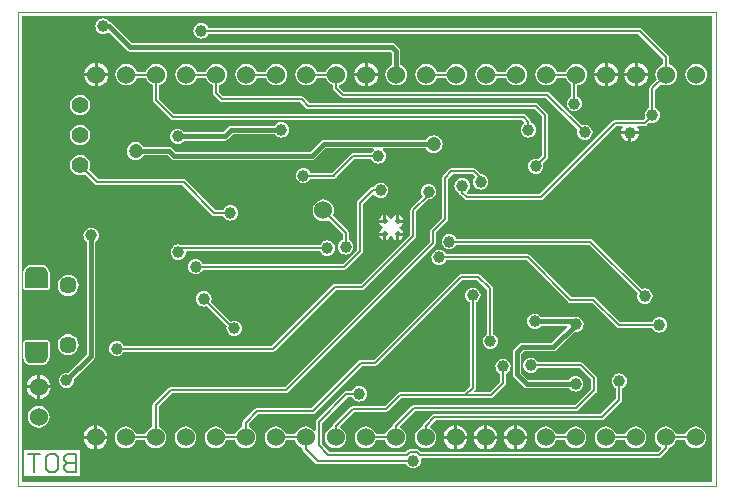
<source format=gbl>
G04*
G04 #@! TF.GenerationSoftware,Altium Limited,Altium Designer,18.1.6 (161)*
G04*
G04 Layer_Physical_Order=2*
G04 Layer_Color=16711680*
%FSAX44Y44*%
%MOMM*%
G71*
G01*
G75*
%ADD11C,0.1000*%
%ADD14C,0.2000*%
%ADD39C,0.5000*%
%ADD68C,0.4000*%
%ADD69C,1.4500*%
%ADD70C,1.5240*%
%ADD71C,1.4000*%
%ADD72C,1.0000*%
%ADD73C,1.2000*%
%ADD74C,0.5000*%
G36*
X00587510Y00003059D02*
X00003059D01*
X00003059Y00397941D01*
X00587510D01*
X00587510Y00003059D01*
D02*
G37*
%LPC*%
G36*
X00472568Y00357198D02*
X00470187Y00356885D01*
X00467969Y00355966D01*
X00466064Y00354504D01*
X00464602Y00352599D01*
X00463752Y00350549D01*
X00455984D01*
X00455134Y00352599D01*
X00453672Y00354504D01*
X00451767Y00355966D01*
X00449549Y00356885D01*
X00447168Y00357198D01*
X00444787Y00356885D01*
X00442569Y00355966D01*
X00440664Y00354504D01*
X00439202Y00352599D01*
X00438283Y00350381D01*
X00437969Y00348000D01*
X00438283Y00345619D01*
X00439202Y00343400D01*
X00440664Y00341495D01*
X00442569Y00340033D01*
X00444787Y00339115D01*
X00447168Y00338801D01*
X00449549Y00339115D01*
X00451767Y00340033D01*
X00453672Y00341495D01*
X00455134Y00343400D01*
X00455984Y00345451D01*
X00463752D01*
X00464602Y00343400D01*
X00466064Y00341495D01*
X00467969Y00340033D01*
X00468451Y00339834D01*
Y00329370D01*
X00467722Y00329067D01*
X00466364Y00328026D01*
X00465322Y00326668D01*
X00464667Y00325087D01*
X00464444Y00323390D01*
X00464667Y00321693D01*
X00465322Y00320112D01*
X00466364Y00318754D01*
X00467722Y00317712D01*
X00469303Y00317057D01*
X00471000Y00316834D01*
X00472697Y00317057D01*
X00474278Y00317712D01*
X00475636Y00318754D01*
X00476678Y00320112D01*
X00477333Y00321693D01*
X00477556Y00323390D01*
X00477333Y00325087D01*
X00476678Y00326668D01*
X00475636Y00328026D01*
X00474278Y00329067D01*
X00473549Y00329370D01*
Y00338930D01*
X00474949Y00339115D01*
X00477167Y00340033D01*
X00479072Y00341495D01*
X00480534Y00343400D01*
X00481453Y00345619D01*
X00481767Y00348000D01*
X00481453Y00350381D01*
X00480534Y00352599D01*
X00479072Y00354504D01*
X00477167Y00355966D01*
X00474949Y00356885D01*
X00472568Y00357198D01*
D02*
G37*
G36*
X00421768D02*
X00419387Y00356885D01*
X00417169Y00355966D01*
X00415264Y00354504D01*
X00413802Y00352599D01*
X00412952Y00350549D01*
X00405184D01*
X00404334Y00352599D01*
X00402873Y00354504D01*
X00400967Y00355966D01*
X00398749Y00356885D01*
X00396368Y00357198D01*
X00393987Y00356885D01*
X00391769Y00355966D01*
X00389864Y00354504D01*
X00388402Y00352599D01*
X00387483Y00350381D01*
X00387169Y00348000D01*
X00387483Y00345619D01*
X00388402Y00343400D01*
X00389864Y00341495D01*
X00391769Y00340033D01*
X00393987Y00339115D01*
X00396368Y00338801D01*
X00398749Y00339115D01*
X00400967Y00340033D01*
X00402873Y00341495D01*
X00404334Y00343400D01*
X00405184Y00345451D01*
X00412952D01*
X00413802Y00343400D01*
X00415264Y00341495D01*
X00417169Y00340033D01*
X00419387Y00339115D01*
X00421768Y00338801D01*
X00424149Y00339115D01*
X00426367Y00340033D01*
X00428273Y00341495D01*
X00429734Y00343400D01*
X00430653Y00345619D01*
X00430967Y00348000D01*
X00430653Y00350381D01*
X00429734Y00352599D01*
X00428273Y00354504D01*
X00426367Y00355966D01*
X00424149Y00356885D01*
X00421768Y00357198D01*
D02*
G37*
G36*
X00370968D02*
X00368587Y00356885D01*
X00366369Y00355966D01*
X00364464Y00354504D01*
X00363002Y00352599D01*
X00362152Y00350549D01*
X00354384D01*
X00353534Y00352599D01*
X00352072Y00354504D01*
X00350167Y00355966D01*
X00347949Y00356885D01*
X00345568Y00357198D01*
X00343187Y00356885D01*
X00340969Y00355966D01*
X00339064Y00354504D01*
X00337602Y00352599D01*
X00336683Y00350381D01*
X00336369Y00348000D01*
X00336683Y00345619D01*
X00337602Y00343400D01*
X00339064Y00341495D01*
X00340969Y00340033D01*
X00343187Y00339115D01*
X00345568Y00338801D01*
X00347949Y00339115D01*
X00350167Y00340033D01*
X00352072Y00341495D01*
X00353534Y00343400D01*
X00354384Y00345451D01*
X00362152D01*
X00363002Y00343400D01*
X00364464Y00341495D01*
X00366369Y00340033D01*
X00368587Y00339115D01*
X00370968Y00338801D01*
X00373349Y00339115D01*
X00375567Y00340033D01*
X00377472Y00341495D01*
X00378934Y00343400D01*
X00379853Y00345619D01*
X00380167Y00348000D01*
X00379853Y00350381D01*
X00378934Y00352599D01*
X00377472Y00354504D01*
X00375567Y00355966D01*
X00373349Y00356885D01*
X00370968Y00357198D01*
D02*
G37*
G36*
X00269368D02*
X00266987Y00356885D01*
X00264769Y00355966D01*
X00262864Y00354504D01*
X00261402Y00352599D01*
X00260552Y00350549D01*
X00252784D01*
X00251934Y00352599D01*
X00250473Y00354504D01*
X00248567Y00355966D01*
X00246349Y00356885D01*
X00243968Y00357198D01*
X00241587Y00356885D01*
X00239369Y00355966D01*
X00237464Y00354504D01*
X00236002Y00352599D01*
X00235083Y00350381D01*
X00234769Y00348000D01*
X00235083Y00345619D01*
X00236002Y00343400D01*
X00237464Y00341495D01*
X00239369Y00340033D01*
X00241587Y00339115D01*
X00243968Y00338801D01*
X00246349Y00339115D01*
X00248567Y00340033D01*
X00250473Y00341495D01*
X00251934Y00343400D01*
X00252784Y00345451D01*
X00260552D01*
X00261402Y00343400D01*
X00262864Y00341495D01*
X00264769Y00340033D01*
X00266819Y00339184D01*
Y00336632D01*
X00267013Y00335657D01*
X00267566Y00334830D01*
X00273198Y00329197D01*
X00274025Y00328645D01*
X00275000Y00328451D01*
X00446770D01*
X00473787Y00301434D01*
X00473485Y00300705D01*
X00473262Y00299008D01*
X00473485Y00297311D01*
X00474141Y00295730D01*
X00475182Y00294372D01*
X00476540Y00293330D01*
X00478121Y00292675D01*
X00479818Y00292452D01*
X00481515Y00292675D01*
X00483096Y00293330D01*
X00484454Y00294372D01*
X00485496Y00295730D01*
X00486151Y00297311D01*
X00486374Y00299008D01*
X00486151Y00300705D01*
X00485496Y00302286D01*
X00484454Y00303644D01*
X00483096Y00304685D01*
X00481515Y00305340D01*
X00479818Y00305564D01*
X00478121Y00305340D01*
X00477392Y00305039D01*
X00449628Y00332802D01*
X00448802Y00333355D01*
X00447826Y00333549D01*
X00276056D01*
X00271917Y00337688D01*
Y00339184D01*
X00273967Y00340033D01*
X00275872Y00341495D01*
X00277334Y00343400D01*
X00278253Y00345619D01*
X00278567Y00348000D01*
X00278253Y00350381D01*
X00277334Y00352599D01*
X00275872Y00354504D01*
X00273967Y00355966D01*
X00271749Y00356885D01*
X00269368Y00357198D01*
D02*
G37*
G36*
X00218568D02*
X00216187Y00356885D01*
X00213969Y00355966D01*
X00212064Y00354504D01*
X00210602Y00352599D01*
X00209752Y00350549D01*
X00201984D01*
X00201134Y00352599D01*
X00199673Y00354504D01*
X00197767Y00355966D01*
X00195549Y00356885D01*
X00193168Y00357198D01*
X00190787Y00356885D01*
X00188569Y00355966D01*
X00186664Y00354504D01*
X00185202Y00352599D01*
X00184283Y00350381D01*
X00183969Y00348000D01*
X00184283Y00345619D01*
X00185202Y00343400D01*
X00186664Y00341495D01*
X00188569Y00340033D01*
X00190787Y00339115D01*
X00193168Y00338801D01*
X00195549Y00339115D01*
X00197767Y00340033D01*
X00199673Y00341495D01*
X00201134Y00343400D01*
X00201984Y00345451D01*
X00209752D01*
X00210602Y00343400D01*
X00212064Y00341495D01*
X00213969Y00340033D01*
X00216187Y00339115D01*
X00218568Y00338801D01*
X00220949Y00339115D01*
X00223167Y00340033D01*
X00225072Y00341495D01*
X00226534Y00343400D01*
X00227453Y00345619D01*
X00227767Y00348000D01*
X00227453Y00350381D01*
X00226534Y00352599D01*
X00225072Y00354504D01*
X00223167Y00355966D01*
X00220949Y00356885D01*
X00218568Y00357198D01*
D02*
G37*
G36*
X00167768D02*
X00165387Y00356885D01*
X00163169Y00355966D01*
X00161264Y00354504D01*
X00159802Y00352599D01*
X00158952Y00350549D01*
X00151184D01*
X00150334Y00352599D01*
X00148872Y00354504D01*
X00146967Y00355966D01*
X00144749Y00356885D01*
X00142368Y00357198D01*
X00139987Y00356885D01*
X00137769Y00355966D01*
X00135864Y00354504D01*
X00134402Y00352599D01*
X00133483Y00350381D01*
X00133169Y00348000D01*
X00133483Y00345619D01*
X00134402Y00343400D01*
X00135864Y00341495D01*
X00137769Y00340033D01*
X00139987Y00339115D01*
X00142368Y00338801D01*
X00144749Y00339115D01*
X00146967Y00340033D01*
X00148872Y00341495D01*
X00150334Y00343400D01*
X00151184Y00345451D01*
X00158952D01*
X00159802Y00343400D01*
X00161264Y00341495D01*
X00163169Y00340033D01*
X00165219Y00339184D01*
Y00332232D01*
X00165413Y00331256D01*
X00165966Y00330430D01*
X00170954Y00325441D01*
X00171781Y00324889D01*
X00172756Y00324695D01*
X00188517D01*
X00238943Y00324383D01*
X00243929Y00319398D01*
X00244756Y00318845D01*
X00245731Y00318651D01*
X00437744D01*
X00443851Y00312544D01*
Y00279456D01*
X00440712Y00276317D01*
X00439983Y00276618D01*
X00438286Y00276842D01*
X00436589Y00276618D01*
X00435008Y00275963D01*
X00433650Y00274922D01*
X00432608Y00273564D01*
X00431954Y00271983D01*
X00431730Y00270286D01*
X00431954Y00268589D01*
X00432608Y00267008D01*
X00433650Y00265650D01*
X00435008Y00264608D01*
X00436589Y00263953D01*
X00438286Y00263730D01*
X00439983Y00263953D01*
X00441564Y00264608D01*
X00442922Y00265650D01*
X00443964Y00267008D01*
X00444619Y00268589D01*
X00444842Y00270286D01*
X00444619Y00271983D01*
X00444317Y00272712D01*
X00448202Y00276597D01*
X00448755Y00277424D01*
X00448949Y00278400D01*
Y00313600D01*
X00448755Y00314575D01*
X00448202Y00315402D01*
X00440602Y00323002D01*
X00439776Y00323555D01*
X00438800Y00323749D01*
X00246787D01*
X00241808Y00328728D01*
X00241400Y00329001D01*
X00240996Y00329275D01*
X00240988Y00329276D01*
X00240981Y00329281D01*
X00240501Y00329376D01*
X00240021Y00329475D01*
X00188540Y00329793D01*
X00188532Y00329791D01*
X00188524Y00329793D01*
X00173812D01*
X00170317Y00333288D01*
Y00339184D01*
X00172367Y00340033D01*
X00174272Y00341495D01*
X00175734Y00343400D01*
X00176653Y00345619D01*
X00176967Y00348000D01*
X00176653Y00350381D01*
X00175734Y00352599D01*
X00174272Y00354504D01*
X00172367Y00355966D01*
X00170149Y00356885D01*
X00167768Y00357198D01*
D02*
G37*
G36*
X00116968D02*
X00114587Y00356885D01*
X00112369Y00355966D01*
X00110464Y00354504D01*
X00109002Y00352599D01*
X00108152Y00350549D01*
X00100384D01*
X00099534Y00352599D01*
X00098073Y00354504D01*
X00096167Y00355966D01*
X00093949Y00356885D01*
X00091568Y00357198D01*
X00089187Y00356885D01*
X00086969Y00355966D01*
X00085064Y00354504D01*
X00083602Y00352599D01*
X00082683Y00350381D01*
X00082369Y00348000D01*
X00082683Y00345619D01*
X00083602Y00343400D01*
X00085064Y00341495D01*
X00086969Y00340033D01*
X00089187Y00339115D01*
X00091568Y00338801D01*
X00093949Y00339115D01*
X00096167Y00340033D01*
X00098073Y00341495D01*
X00099534Y00343400D01*
X00100384Y00345451D01*
X00108152D01*
X00109002Y00343400D01*
X00110464Y00341495D01*
X00112369Y00340033D01*
X00114419Y00339184D01*
Y00326232D01*
X00114613Y00325257D01*
X00115166Y00324430D01*
X00129398Y00310198D01*
X00130225Y00309645D01*
X00131200Y00309451D01*
X00426887D01*
X00428453Y00307885D01*
X00428200Y00306342D01*
X00427364Y00305701D01*
X00426322Y00304343D01*
X00425667Y00302762D01*
X00425444Y00301065D01*
X00425667Y00299368D01*
X00426322Y00297787D01*
X00427364Y00296429D01*
X00428722Y00295387D01*
X00430303Y00294732D01*
X00432000Y00294509D01*
X00433697Y00294732D01*
X00435278Y00295387D01*
X00436636Y00296429D01*
X00437678Y00297787D01*
X00438333Y00299368D01*
X00438556Y00301065D01*
X00438333Y00302762D01*
X00437678Y00304343D01*
X00436636Y00305701D01*
X00435278Y00306743D01*
X00434549Y00307045D01*
Y00307943D01*
X00434355Y00308918D01*
X00433802Y00309745D01*
X00429745Y00313802D01*
X00428918Y00314355D01*
X00427943Y00314549D01*
X00132256D01*
X00119517Y00327288D01*
Y00339184D01*
X00121567Y00340033D01*
X00123472Y00341495D01*
X00124934Y00343400D01*
X00125853Y00345619D01*
X00126167Y00348000D01*
X00125853Y00350381D01*
X00124934Y00352599D01*
X00123472Y00354504D01*
X00121567Y00355966D01*
X00119349Y00356885D01*
X00116968Y00357198D01*
D02*
G37*
G36*
X00524638Y00358080D02*
Y00349270D01*
X00533448D01*
X00533266Y00350652D01*
X00532243Y00353124D01*
X00530614Y00355246D01*
X00528492Y00356875D01*
X00526020Y00357898D01*
X00524638Y00358080D01*
D02*
G37*
G36*
X00296038D02*
Y00349270D01*
X00304848D01*
X00304667Y00350652D01*
X00303643Y00353124D01*
X00302014Y00355246D01*
X00299892Y00356875D01*
X00297420Y00357898D01*
X00296038Y00358080D01*
D02*
G37*
G36*
X00067438D02*
Y00349270D01*
X00076248D01*
X00076066Y00350652D01*
X00075043Y00353124D01*
X00073414Y00355246D01*
X00071292Y00356875D01*
X00068820Y00357898D01*
X00067438Y00358080D01*
D02*
G37*
G36*
X00499238D02*
Y00349270D01*
X00508049D01*
X00507867Y00350652D01*
X00506843Y00353124D01*
X00505214Y00355246D01*
X00503092Y00356875D01*
X00500620Y00357898D01*
X00499238Y00358080D01*
D02*
G37*
G36*
X00522098D02*
X00520716Y00357898D01*
X00518244Y00356875D01*
X00516122Y00355246D01*
X00514493Y00353124D01*
X00513470Y00350652D01*
X00513288Y00349270D01*
X00522098D01*
Y00358080D01*
D02*
G37*
G36*
X00293498D02*
X00292116Y00357898D01*
X00289644Y00356875D01*
X00287522Y00355246D01*
X00285893Y00353124D01*
X00284869Y00350652D01*
X00284688Y00349270D01*
X00293498D01*
Y00358080D01*
D02*
G37*
G36*
X00064898D02*
X00063516Y00357898D01*
X00061044Y00356875D01*
X00058922Y00355246D01*
X00057293Y00353124D01*
X00056269Y00350652D01*
X00056087Y00349270D01*
X00064898D01*
Y00358080D01*
D02*
G37*
G36*
X00496698D02*
X00495316Y00357898D01*
X00492844Y00356875D01*
X00490722Y00355246D01*
X00489093Y00353124D01*
X00488069Y00350652D01*
X00487887Y00349270D01*
X00496698D01*
Y00358080D01*
D02*
G37*
G36*
X00574168Y00357198D02*
X00571787Y00356885D01*
X00569569Y00355966D01*
X00567664Y00354504D01*
X00566202Y00352599D01*
X00565283Y00350381D01*
X00564969Y00348000D01*
X00565283Y00345619D01*
X00566202Y00343400D01*
X00567664Y00341495D01*
X00569569Y00340033D01*
X00571787Y00339115D01*
X00574168Y00338801D01*
X00576549Y00339115D01*
X00578767Y00340033D01*
X00580672Y00341495D01*
X00582134Y00343400D01*
X00583053Y00345619D01*
X00583367Y00348000D01*
X00583053Y00350381D01*
X00582134Y00352599D01*
X00580672Y00354504D01*
X00578767Y00355966D01*
X00576549Y00356885D01*
X00574168Y00357198D01*
D02*
G37*
G36*
X00155000Y00391556D02*
X00153303Y00391333D01*
X00151722Y00390678D01*
X00150364Y00389636D01*
X00149322Y00388278D01*
X00148667Y00386697D01*
X00148444Y00385000D01*
X00148667Y00383303D01*
X00149322Y00381722D01*
X00150364Y00380364D01*
X00151722Y00379322D01*
X00153303Y00378667D01*
X00155000Y00378444D01*
X00156697Y00378667D01*
X00158278Y00379322D01*
X00159636Y00380364D01*
X00160678Y00381722D01*
X00160980Y00382451D01*
X00525144D01*
X00546219Y00361376D01*
Y00356815D01*
X00544169Y00355966D01*
X00542264Y00354504D01*
X00540802Y00352599D01*
X00539883Y00350381D01*
X00539569Y00348000D01*
X00539883Y00345619D01*
X00540732Y00343569D01*
X00535198Y00338034D01*
X00534645Y00337207D01*
X00534451Y00336232D01*
Y00319619D01*
X00533722Y00319317D01*
X00532364Y00318276D01*
X00531322Y00316918D01*
X00530667Y00315337D01*
X00530444Y00313640D01*
X00530667Y00311943D01*
X00530970Y00311214D01*
X00529444Y00309688D01*
X00505523D01*
X00504548Y00309494D01*
X00503721Y00308942D01*
X00441328Y00246549D01*
X00381056D01*
X00379962Y00247643D01*
X00380045Y00248911D01*
X00380635Y00249364D01*
X00381677Y00250721D01*
X00382332Y00252303D01*
X00382555Y00254000D01*
X00382332Y00255696D01*
X00381677Y00257278D01*
X00380635Y00258635D01*
X00379277Y00259677D01*
X00377696Y00260332D01*
X00375999Y00260556D01*
X00374302Y00260332D01*
X00372721Y00259677D01*
X00371363Y00258635D01*
X00370322Y00257278D01*
X00369667Y00255696D01*
X00369443Y00254000D01*
X00369667Y00252303D01*
X00370322Y00250721D01*
X00371363Y00249364D01*
X00372721Y00248322D01*
X00373450Y00248020D01*
Y00248001D01*
X00373644Y00247025D01*
X00374197Y00246198D01*
X00378198Y00242198D01*
X00379025Y00241645D01*
X00380000Y00241451D01*
X00442384D01*
X00443359Y00241645D01*
X00444186Y00242198D01*
X00506579Y00304591D01*
X00511462D01*
X00512088Y00303321D01*
X00511414Y00302442D01*
X00510654Y00300608D01*
X00510562Y00299910D01*
X00525438D01*
X00525346Y00300608D01*
X00524586Y00302442D01*
X00523912Y00303321D01*
X00524538Y00304591D01*
X00530500D01*
X00531475Y00304785D01*
X00532302Y00305337D01*
X00534574Y00307609D01*
X00535303Y00307307D01*
X00537000Y00307084D01*
X00538697Y00307307D01*
X00540278Y00307962D01*
X00541636Y00309004D01*
X00542678Y00310362D01*
X00543333Y00311943D01*
X00543556Y00313640D01*
X00543333Y00315337D01*
X00542678Y00316918D01*
X00541636Y00318276D01*
X00540278Y00319317D01*
X00539549Y00319619D01*
Y00335176D01*
X00544337Y00339964D01*
X00546387Y00339115D01*
X00548768Y00338801D01*
X00551149Y00339115D01*
X00553367Y00340033D01*
X00555272Y00341495D01*
X00556734Y00343400D01*
X00557653Y00345619D01*
X00557967Y00348000D01*
X00557653Y00350381D01*
X00556734Y00352599D01*
X00555272Y00354504D01*
X00553367Y00355966D01*
X00551317Y00356815D01*
Y00362432D01*
X00551123Y00363407D01*
X00550570Y00364234D01*
X00528002Y00386802D01*
X00527175Y00387355D01*
X00526200Y00387549D01*
X00160980D01*
X00160678Y00388278D01*
X00159636Y00389636D01*
X00158278Y00390678D01*
X00156697Y00391333D01*
X00155000Y00391556D01*
D02*
G37*
G36*
X00071914Y00395556D02*
X00070218Y00395333D01*
X00068636Y00394678D01*
X00067279Y00393636D01*
X00066237Y00392278D01*
X00065582Y00390697D01*
X00065358Y00389000D01*
X00065582Y00387303D01*
X00066237Y00385722D01*
X00067279Y00384364D01*
X00068636Y00383323D01*
X00070218Y00382668D01*
X00071914Y00382444D01*
X00073611Y00382668D01*
X00075192Y00383323D01*
X00076369Y00384226D01*
X00092118Y00368477D01*
X00093276Y00367703D01*
X00094642Y00367431D01*
X00315522D01*
X00316600Y00366354D01*
Y00356393D01*
X00315569Y00355966D01*
X00313664Y00354504D01*
X00312202Y00352599D01*
X00311283Y00350381D01*
X00310969Y00348000D01*
X00311283Y00345619D01*
X00312202Y00343400D01*
X00313664Y00341495D01*
X00315569Y00340033D01*
X00317787Y00339115D01*
X00320168Y00338801D01*
X00322549Y00339115D01*
X00324767Y00340033D01*
X00326673Y00341495D01*
X00328134Y00343400D01*
X00329053Y00345619D01*
X00329367Y00348000D01*
X00329053Y00350381D01*
X00328134Y00352599D01*
X00326673Y00354504D01*
X00324767Y00355966D01*
X00323737Y00356393D01*
Y00367832D01*
X00323465Y00369198D01*
X00322691Y00370355D01*
X00319523Y00373523D01*
X00318366Y00374297D01*
X00317000Y00374569D01*
X00096120D01*
X00079165Y00391524D01*
X00078007Y00392297D01*
X00077500Y00392398D01*
X00076550Y00393636D01*
X00075192Y00394678D01*
X00073611Y00395333D01*
X00071914Y00395556D01*
D02*
G37*
G36*
X00533448Y00346730D02*
X00524638D01*
Y00337919D01*
X00526020Y00338101D01*
X00528492Y00339125D01*
X00530614Y00340754D01*
X00532243Y00342876D01*
X00533266Y00345348D01*
X00533448Y00346730D01*
D02*
G37*
G36*
X00508049D02*
X00499238D01*
Y00337919D01*
X00500620Y00338101D01*
X00503092Y00339125D01*
X00505214Y00340754D01*
X00506843Y00342876D01*
X00507867Y00345348D01*
X00508049Y00346730D01*
D02*
G37*
G36*
X00304848D02*
X00296038D01*
Y00337919D01*
X00297420Y00338101D01*
X00299892Y00339125D01*
X00302014Y00340754D01*
X00303643Y00342876D01*
X00304667Y00345348D01*
X00304848Y00346730D01*
D02*
G37*
G36*
X00076248D02*
X00067438D01*
Y00337919D01*
X00068820Y00338101D01*
X00071292Y00339125D01*
X00073414Y00340754D01*
X00075043Y00342876D01*
X00076066Y00345348D01*
X00076248Y00346730D01*
D02*
G37*
G36*
X00522098D02*
X00513288D01*
X00513470Y00345348D01*
X00514493Y00342876D01*
X00516122Y00340754D01*
X00518244Y00339125D01*
X00520716Y00338101D01*
X00522098Y00337919D01*
Y00346730D01*
D02*
G37*
G36*
X00496698D02*
X00487887D01*
X00488069Y00345348D01*
X00489093Y00342876D01*
X00490722Y00340754D01*
X00492844Y00339125D01*
X00495316Y00338101D01*
X00496698Y00337919D01*
Y00346730D01*
D02*
G37*
G36*
X00293498D02*
X00284688D01*
X00284869Y00345348D01*
X00285893Y00342876D01*
X00287522Y00340754D01*
X00289644Y00339125D01*
X00292116Y00338101D01*
X00293498Y00337919D01*
Y00346730D01*
D02*
G37*
G36*
X00064898D02*
X00056087D01*
X00056269Y00345348D01*
X00057293Y00342876D01*
X00058922Y00340754D01*
X00061044Y00339125D01*
X00063516Y00338101D01*
X00064898Y00337919D01*
Y00346730D01*
D02*
G37*
G36*
X00052550Y00330760D02*
X00050331Y00330468D01*
X00048263Y00329611D01*
X00046488Y00328249D01*
X00045125Y00326473D01*
X00044269Y00324406D01*
X00043977Y00322187D01*
X00044269Y00319968D01*
X00045125Y00317900D01*
X00046488Y00316124D01*
X00048263Y00314762D01*
X00050331Y00313905D01*
X00052550Y00313613D01*
X00054769Y00313905D01*
X00056837Y00314762D01*
X00058612Y00316124D01*
X00059975Y00317900D01*
X00060831Y00319968D01*
X00061123Y00322187D01*
X00060831Y00324406D01*
X00059975Y00326473D01*
X00058612Y00328249D01*
X00056837Y00329611D01*
X00054769Y00330468D01*
X00052550Y00330760D01*
D02*
G37*
G36*
X00222753Y00307621D02*
X00221056Y00307398D01*
X00219475Y00306743D01*
X00218117Y00305701D01*
X00217298Y00304634D01*
X00180400D01*
X00179034Y00304362D01*
X00177877Y00303589D01*
X00173422Y00299134D01*
X00140455D01*
X00139636Y00300201D01*
X00138278Y00301243D01*
X00136697Y00301898D01*
X00135000Y00302121D01*
X00133303Y00301898D01*
X00131722Y00301243D01*
X00130364Y00300201D01*
X00129322Y00298843D01*
X00128667Y00297262D01*
X00128444Y00295565D01*
X00128667Y00293868D01*
X00129322Y00292287D01*
X00130364Y00290929D01*
X00131722Y00289887D01*
X00133303Y00289232D01*
X00135000Y00289009D01*
X00136697Y00289232D01*
X00138278Y00289887D01*
X00139636Y00290929D01*
X00140455Y00291996D01*
X00174900D01*
X00176266Y00292268D01*
X00177423Y00293042D01*
X00181878Y00297497D01*
X00217298D01*
X00218117Y00296429D01*
X00219475Y00295387D01*
X00221056Y00294732D01*
X00222753Y00294509D01*
X00224450Y00294732D01*
X00226031Y00295387D01*
X00227389Y00296429D01*
X00228431Y00297787D01*
X00229086Y00299368D01*
X00229309Y00301065D01*
X00229086Y00302762D01*
X00228431Y00304343D01*
X00227389Y00305701D01*
X00226031Y00306743D01*
X00224450Y00307398D01*
X00222753Y00307621D01*
D02*
G37*
G36*
X00525438Y00297370D02*
X00519270D01*
Y00291202D01*
X00519968Y00291294D01*
X00521802Y00292053D01*
X00523378Y00293262D01*
X00524586Y00294837D01*
X00525346Y00296671D01*
X00525438Y00297370D01*
D02*
G37*
G36*
X00516730D02*
X00510562D01*
X00510654Y00296671D01*
X00511414Y00294837D01*
X00512622Y00293262D01*
X00514198Y00292053D01*
X00516032Y00291294D01*
X00516730Y00291202D01*
Y00297370D01*
D02*
G37*
G36*
X00052550Y00305360D02*
X00050331Y00305068D01*
X00048263Y00304211D01*
X00046488Y00302849D01*
X00045125Y00301073D01*
X00044269Y00299006D01*
X00043977Y00296786D01*
X00044269Y00294568D01*
X00045125Y00292500D01*
X00046488Y00290724D01*
X00048263Y00289362D01*
X00050331Y00288505D01*
X00052550Y00288213D01*
X00054769Y00288505D01*
X00056837Y00289362D01*
X00058612Y00290724D01*
X00059975Y00292500D01*
X00060831Y00294568D01*
X00061123Y00296786D01*
X00060831Y00299006D01*
X00059975Y00301073D01*
X00058612Y00302849D01*
X00056837Y00304211D01*
X00054769Y00305068D01*
X00052550Y00305360D01*
D02*
G37*
G36*
X00352000Y00296604D02*
X00350042Y00296347D01*
X00348218Y00295591D01*
X00346651Y00294389D01*
X00345449Y00292822D01*
X00345360Y00292608D01*
X00258786D01*
X00257420Y00292337D01*
X00256262Y00291563D01*
X00247267Y00282568D01*
X00133752D01*
X00130597Y00285723D01*
X00129439Y00286497D01*
X00128073Y00286769D01*
X00106240D01*
X00106151Y00286982D01*
X00104949Y00288549D01*
X00103382Y00289751D01*
X00101558Y00290507D01*
X00099600Y00290765D01*
X00097642Y00290507D01*
X00095818Y00289751D01*
X00094251Y00288549D01*
X00093049Y00286982D01*
X00092293Y00285158D01*
X00092035Y00283200D01*
X00092293Y00281242D01*
X00093049Y00279418D01*
X00094251Y00277851D01*
X00095818Y00276649D01*
X00097642Y00275893D01*
X00099600Y00275635D01*
X00101558Y00275893D01*
X00103382Y00276649D01*
X00104949Y00277851D01*
X00106151Y00279418D01*
X00106240Y00279631D01*
X00126595D01*
X00129750Y00276476D01*
X00130908Y00275702D01*
X00132274Y00275431D01*
X00248745D01*
X00250111Y00275702D01*
X00251269Y00276476D01*
X00260264Y00285471D01*
X00300670D01*
X00301101Y00284201D01*
X00300364Y00283635D01*
X00299322Y00282278D01*
X00299020Y00281548D01*
X00283522D01*
X00282546Y00281354D01*
X00281719Y00280802D01*
X00265943Y00265026D01*
X00247567D01*
X00247265Y00265755D01*
X00246223Y00267112D01*
X00244865Y00268154D01*
X00243284Y00268809D01*
X00241587Y00269033D01*
X00239890Y00268809D01*
X00238309Y00268154D01*
X00236952Y00267112D01*
X00235910Y00265755D01*
X00235255Y00264173D01*
X00235031Y00262477D01*
X00235255Y00260780D01*
X00235910Y00259198D01*
X00236952Y00257841D01*
X00238309Y00256799D01*
X00239890Y00256144D01*
X00241587Y00255921D01*
X00243284Y00256144D01*
X00244865Y00256799D01*
X00246223Y00257841D01*
X00247265Y00259198D01*
X00247567Y00259928D01*
X00267278D01*
X00268253Y00260122D01*
X00269081Y00260674D01*
X00269633Y00261501D01*
X00269634Y00261507D01*
X00284578Y00276451D01*
X00299020D01*
X00299322Y00275721D01*
X00300364Y00274364D01*
X00301721Y00273322D01*
X00303302Y00272667D01*
X00304999Y00272443D01*
X00306696Y00272667D01*
X00308277Y00273322D01*
X00309635Y00274364D01*
X00310677Y00275721D01*
X00311332Y00277303D01*
X00311556Y00278999D01*
X00311332Y00280696D01*
X00310677Y00282278D01*
X00309635Y00283635D01*
X00308898Y00284201D01*
X00309329Y00285471D01*
X00345360D01*
X00345449Y00285257D01*
X00346651Y00283691D01*
X00348218Y00282489D01*
X00350042Y00281733D01*
X00352000Y00281475D01*
X00353958Y00281733D01*
X00355782Y00282489D01*
X00357349Y00283691D01*
X00358551Y00285257D01*
X00359307Y00287082D01*
X00359565Y00289040D01*
X00359307Y00290998D01*
X00358551Y00292822D01*
X00357349Y00294389D01*
X00355782Y00295591D01*
X00353958Y00296347D01*
X00352000Y00296604D01*
D02*
G37*
G36*
X00385870Y00268549D02*
X00366847D01*
X00365871Y00268355D01*
X00365045Y00267802D01*
X00359522Y00262280D01*
X00358969Y00261453D01*
X00358775Y00260477D01*
Y00226656D01*
X00349220Y00217100D01*
X00348667Y00216273D01*
X00348473Y00215298D01*
Y00206220D01*
X00225801Y00083549D01*
X00129400D01*
X00128424Y00083355D01*
X00127597Y00082802D01*
X00114566Y00069770D01*
X00114013Y00068944D01*
X00113819Y00067968D01*
Y00049615D01*
X00111769Y00048766D01*
X00109864Y00047304D01*
X00108402Y00045399D01*
X00107552Y00043349D01*
X00099784D01*
X00098934Y00045399D01*
X00097473Y00047304D01*
X00095568Y00048766D01*
X00093349Y00049685D01*
X00090968Y00049998D01*
X00088587Y00049685D01*
X00086369Y00048766D01*
X00084464Y00047304D01*
X00083002Y00045399D01*
X00082083Y00043181D01*
X00081770Y00040800D01*
X00082083Y00038419D01*
X00083002Y00036200D01*
X00084464Y00034295D01*
X00086369Y00032833D01*
X00088587Y00031915D01*
X00090968Y00031601D01*
X00093349Y00031915D01*
X00095568Y00032833D01*
X00097473Y00034295D01*
X00098934Y00036200D01*
X00099784Y00038251D01*
X00107552D01*
X00108402Y00036200D01*
X00109864Y00034295D01*
X00111769Y00032833D01*
X00113987Y00031915D01*
X00116368Y00031601D01*
X00118749Y00031915D01*
X00120968Y00032833D01*
X00122873Y00034295D01*
X00124334Y00036200D01*
X00125253Y00038419D01*
X00125567Y00040800D01*
X00125253Y00043181D01*
X00124334Y00045399D01*
X00122873Y00047304D01*
X00120968Y00048766D01*
X00118917Y00049615D01*
Y00066912D01*
X00130455Y00078451D01*
X00226857D01*
X00227833Y00078645D01*
X00228659Y00079197D01*
X00352825Y00203362D01*
X00353377Y00204189D01*
X00353571Y00205165D01*
Y00214242D01*
X00363126Y00223798D01*
X00363679Y00224625D01*
X00363873Y00225600D01*
Y00259422D01*
X00367903Y00263451D01*
X00384814D01*
X00386750Y00261515D01*
X00385916Y00260428D01*
X00385261Y00258847D01*
X00385037Y00257150D01*
X00385261Y00255453D01*
X00385916Y00253872D01*
X00386958Y00252514D01*
X00388316Y00251472D01*
X00389897Y00250817D01*
X00391594Y00250594D01*
X00393290Y00250817D01*
X00394871Y00251472D01*
X00396229Y00252514D01*
X00397271Y00253872D01*
X00397926Y00255453D01*
X00398149Y00257150D01*
X00397926Y00258847D01*
X00397271Y00260428D01*
X00396229Y00261786D01*
X00394871Y00262827D01*
X00393290Y00263482D01*
X00391795Y00263679D01*
X00387672Y00267802D01*
X00386845Y00268355D01*
X00385870Y00268549D01*
D02*
G37*
G36*
X00306999Y00256555D02*
X00305303Y00256332D01*
X00303722Y00255677D01*
X00302364Y00254635D01*
X00301322Y00253277D01*
X00301020Y00252548D01*
X00300112D01*
X00299136Y00252354D01*
X00298309Y00251802D01*
X00287910Y00241402D01*
X00287358Y00240576D01*
X00287163Y00239600D01*
Y00199768D01*
X00275269Y00187873D01*
X00156262D01*
X00155960Y00188603D01*
X00154918Y00189960D01*
X00153561Y00191002D01*
X00151980Y00191657D01*
X00150283Y00191881D01*
X00148586Y00191657D01*
X00147005Y00191002D01*
X00145647Y00189960D01*
X00144605Y00188603D01*
X00143950Y00187021D01*
X00143727Y00185324D01*
X00143950Y00183628D01*
X00144605Y00182047D01*
X00145647Y00180689D01*
X00147005Y00179647D01*
X00148586Y00178992D01*
X00150283Y00178768D01*
X00151980Y00178992D01*
X00153561Y00179647D01*
X00154918Y00180689D01*
X00155960Y00182047D01*
X00156262Y00182775D01*
X00276325D01*
X00277300Y00182970D01*
X00278127Y00183522D01*
X00291515Y00196910D01*
X00292067Y00197737D01*
X00292261Y00198712D01*
Y00238544D01*
X00300177Y00246460D01*
X00301718Y00246205D01*
X00302364Y00245364D01*
X00303722Y00244322D01*
X00305303Y00243667D01*
X00306999Y00243443D01*
X00308696Y00243667D01*
X00310278Y00244322D01*
X00311635Y00245364D01*
X00312677Y00246721D01*
X00313332Y00248302D01*
X00313556Y00249999D01*
X00313332Y00251696D01*
X00312677Y00253277D01*
X00311635Y00254635D01*
X00310278Y00255677D01*
X00308696Y00256332D01*
X00306999Y00256555D01*
D02*
G37*
G36*
X00347608Y00255402D02*
X00345911Y00255179D01*
X00344330Y00254524D01*
X00342972Y00253482D01*
X00341930Y00252124D01*
X00341275Y00250543D01*
X00341052Y00248846D01*
X00341275Y00247149D01*
X00341930Y00245568D01*
X00342620Y00244669D01*
X00332852Y00234900D01*
X00332299Y00234073D01*
X00332105Y00233098D01*
Y00212110D01*
X00290455Y00170460D01*
X00268000D01*
X00267025Y00170266D01*
X00266198Y00169714D01*
X00215033Y00118549D01*
X00089548D01*
X00089246Y00119278D01*
X00088204Y00120636D01*
X00086846Y00121678D01*
X00085265Y00122332D01*
X00083568Y00122556D01*
X00081871Y00122332D01*
X00080290Y00121678D01*
X00078932Y00120636D01*
X00077890Y00119278D01*
X00077235Y00117697D01*
X00077012Y00116000D01*
X00077235Y00114303D01*
X00077890Y00112722D01*
X00078932Y00111364D01*
X00080290Y00110322D01*
X00081871Y00109667D01*
X00083568Y00109444D01*
X00085265Y00109667D01*
X00086846Y00110322D01*
X00088204Y00111364D01*
X00089246Y00112722D01*
X00089548Y00113451D01*
X00216089D01*
X00217064Y00113645D01*
X00217891Y00114197D01*
X00269056Y00165362D01*
X00291511D01*
X00292487Y00165556D01*
X00293314Y00166109D01*
X00336456Y00209252D01*
X00337009Y00210079D01*
X00337203Y00211054D01*
Y00232042D01*
X00347469Y00242308D01*
X00347608Y00242290D01*
X00349305Y00242513D01*
X00350886Y00243168D01*
X00352244Y00244210D01*
X00353286Y00245568D01*
X00353941Y00247149D01*
X00354164Y00248846D01*
X00353941Y00250543D01*
X00353286Y00252124D01*
X00352244Y00253482D01*
X00350886Y00254524D01*
X00349305Y00255179D01*
X00347608Y00255402D01*
D02*
G37*
G36*
X00320230Y00228803D02*
X00319534Y00228665D01*
X00317866Y00227551D01*
X00316753Y00225884D01*
X00316648Y00225356D01*
X00315353D01*
X00315248Y00225884D01*
X00314134Y00227551D01*
X00312467Y00228665D01*
X00311770Y00228803D01*
Y00223917D01*
X00310500D01*
Y00222647D01*
X00305614D01*
X00305753Y00221951D01*
X00306866Y00220284D01*
X00308534Y00219170D01*
X00309062Y00219065D01*
Y00217770D01*
X00308534Y00217665D01*
X00306866Y00216551D01*
X00305753Y00214884D01*
X00305614Y00214187D01*
X00310500D01*
Y00212917D01*
X00311770D01*
Y00208031D01*
X00312467Y00208170D01*
X00314134Y00209284D01*
X00315248Y00210951D01*
X00315353Y00211479D01*
X00316648D01*
X00316753Y00210951D01*
X00317866Y00209284D01*
X00319534Y00208170D01*
X00320230Y00208031D01*
Y00212917D01*
X00321500D01*
Y00214187D01*
X00326386D01*
X00326248Y00214884D01*
X00325134Y00216551D01*
X00323467Y00217665D01*
X00322939Y00217770D01*
Y00219065D01*
X00323467Y00219170D01*
X00325134Y00220284D01*
X00326248Y00221951D01*
X00326386Y00222647D01*
X00321500D01*
Y00223917D01*
X00320230D01*
Y00228803D01*
D02*
G37*
G36*
X00322770D02*
Y00225187D01*
X00326386D01*
X00326248Y00225884D01*
X00325134Y00227551D01*
X00323467Y00228665D01*
X00322770Y00228803D01*
D02*
G37*
G36*
X00309230D02*
X00308534Y00228665D01*
X00306866Y00227551D01*
X00305753Y00225884D01*
X00305614Y00225187D01*
X00309230D01*
Y00228803D01*
D02*
G37*
G36*
X00052550Y00279960D02*
X00050331Y00279668D01*
X00048263Y00278811D01*
X00046488Y00277449D01*
X00045125Y00275673D01*
X00044269Y00273605D01*
X00043977Y00271387D01*
X00044269Y00269168D01*
X00045125Y00267100D01*
X00046488Y00265324D01*
X00048263Y00263962D01*
X00050331Y00263105D01*
X00052550Y00262813D01*
X00054769Y00263105D01*
X00056507Y00263825D01*
X00065287Y00255044D01*
X00066114Y00254492D01*
X00067090Y00254298D01*
X00139098D01*
X00164398Y00228998D01*
X00165225Y00228445D01*
X00166200Y00228251D01*
X00173789D01*
X00174091Y00227522D01*
X00175133Y00226164D01*
X00176491Y00225122D01*
X00178072Y00224467D01*
X00179769Y00224244D01*
X00181466Y00224467D01*
X00183047Y00225122D01*
X00184405Y00226164D01*
X00185446Y00227522D01*
X00186101Y00229103D01*
X00186325Y00230800D01*
X00186101Y00232497D01*
X00185446Y00234078D01*
X00184405Y00235436D01*
X00183047Y00236478D01*
X00181466Y00237133D01*
X00179769Y00237356D01*
X00178072Y00237133D01*
X00176491Y00236478D01*
X00175133Y00235436D01*
X00174091Y00234078D01*
X00173789Y00233349D01*
X00167256D01*
X00141956Y00258649D01*
X00141129Y00259202D01*
X00140153Y00259396D01*
X00068146D01*
X00060111Y00267430D01*
X00060831Y00269168D01*
X00061123Y00271387D01*
X00060831Y00273605D01*
X00059975Y00275673D01*
X00058612Y00277449D01*
X00056837Y00278811D01*
X00054769Y00279668D01*
X00052550Y00279960D01*
D02*
G37*
G36*
X00326386Y00211647D02*
X00322770D01*
Y00208031D01*
X00323467Y00208170D01*
X00325134Y00209284D01*
X00326248Y00210951D01*
X00326386Y00211647D01*
D02*
G37*
G36*
X00309230D02*
X00305614D01*
X00305753Y00210951D01*
X00306866Y00209284D01*
X00308534Y00208170D01*
X00309230Y00208031D01*
Y00211647D01*
D02*
G37*
G36*
X00261802Y00207556D02*
X00260105Y00207333D01*
X00258524Y00206678D01*
X00257166Y00205636D01*
X00256124Y00204278D01*
X00255822Y00203549D01*
X00139060D01*
X00138656Y00203468D01*
X00137409Y00203985D01*
X00135712Y00204208D01*
X00134015Y00203985D01*
X00132434Y00203330D01*
X00131076Y00202288D01*
X00130035Y00200930D01*
X00129380Y00199349D01*
X00129156Y00197652D01*
X00129380Y00195955D01*
X00130035Y00194374D01*
X00131076Y00193016D01*
X00132434Y00191974D01*
X00134015Y00191320D01*
X00135712Y00191096D01*
X00137409Y00191320D01*
X00138990Y00191974D01*
X00140348Y00193016D01*
X00141390Y00194374D01*
X00142045Y00195955D01*
X00142268Y00197652D01*
X00142969Y00198451D01*
X00255822D01*
X00256124Y00197722D01*
X00257166Y00196364D01*
X00258524Y00195322D01*
X00260105Y00194667D01*
X00261802Y00194444D01*
X00263499Y00194667D01*
X00265080Y00195322D01*
X00266438Y00196364D01*
X00267480Y00197722D01*
X00268135Y00199303D01*
X00268358Y00201000D01*
X00268135Y00202697D01*
X00267480Y00204278D01*
X00266438Y00205636D01*
X00265080Y00206678D01*
X00263499Y00207333D01*
X00261802Y00207556D01*
D02*
G37*
G36*
X00258568Y00242199D02*
X00256187Y00241885D01*
X00253969Y00240966D01*
X00252064Y00239504D01*
X00250602Y00237599D01*
X00249683Y00235381D01*
X00249369Y00233000D01*
X00249683Y00230619D01*
X00250602Y00228401D01*
X00252064Y00226495D01*
X00253969Y00225034D01*
X00256187Y00224115D01*
X00258568Y00223801D01*
X00260949Y00224115D01*
X00262999Y00224964D01*
X00274855Y00213108D01*
Y00207980D01*
X00274126Y00207678D01*
X00272768Y00206636D01*
X00271726Y00205278D01*
X00271071Y00203697D01*
X00270848Y00202000D01*
X00271071Y00200303D01*
X00271726Y00198722D01*
X00272768Y00197364D01*
X00274126Y00196322D01*
X00275707Y00195667D01*
X00277404Y00195444D01*
X00279101Y00195667D01*
X00280682Y00196322D01*
X00282040Y00197364D01*
X00283082Y00198722D01*
X00283737Y00200303D01*
X00283960Y00202000D01*
X00283737Y00203697D01*
X00283082Y00205278D01*
X00282040Y00206636D01*
X00280682Y00207678D01*
X00279953Y00207980D01*
Y00214164D01*
X00279759Y00215139D01*
X00279207Y00215966D01*
X00266604Y00228569D01*
X00267453Y00230619D01*
X00267767Y00233000D01*
X00267453Y00235381D01*
X00266534Y00237599D01*
X00265073Y00239504D01*
X00263167Y00240966D01*
X00260949Y00241885D01*
X00258568Y00242199D01*
D02*
G37*
G36*
X00020000Y00187008D02*
X00011000Y00187008D01*
X00010761Y00186910D01*
X00009303Y00186718D01*
X00007722Y00186063D01*
X00006364Y00185021D01*
X00005322Y00183663D01*
X00004667Y00182082D01*
X00004475Y00180624D01*
X00004376Y00180385D01*
Y00167385D01*
X00004852Y00166237D01*
X00006000Y00165761D01*
X00025000D01*
X00026148Y00166237D01*
X00026624Y00167385D01*
Y00180385D01*
X00026525Y00180624D01*
X00026333Y00182082D01*
X00025678Y00183663D01*
X00024636Y00185021D01*
X00023278Y00186063D01*
X00021697Y00186718D01*
X00020239Y00186910D01*
X00020000Y00187008D01*
D02*
G37*
G36*
X00042500Y00178210D02*
X00040216Y00177910D01*
X00038087Y00177028D01*
X00036260Y00175625D01*
X00034857Y00173798D01*
X00033975Y00171669D01*
X00033675Y00169385D01*
X00033975Y00167101D01*
X00034857Y00164972D01*
X00036260Y00163144D01*
X00038087Y00161742D01*
X00040216Y00160860D01*
X00042500Y00160559D01*
X00044784Y00160860D01*
X00046913Y00161742D01*
X00048741Y00163144D01*
X00050143Y00164972D01*
X00051025Y00167101D01*
X00051326Y00169385D01*
X00051025Y00171669D01*
X00050143Y00173798D01*
X00048741Y00175625D01*
X00046913Y00177028D01*
X00044784Y00177910D01*
X00042500Y00178210D01*
D02*
G37*
G36*
X00365134Y00213111D02*
X00363437Y00212887D01*
X00361856Y00212232D01*
X00360498Y00211191D01*
X00359456Y00209833D01*
X00358801Y00208252D01*
X00358578Y00206555D01*
X00358801Y00204858D01*
X00359456Y00203277D01*
X00360498Y00201919D01*
X00361856Y00200877D01*
X00363437Y00200222D01*
X00365134Y00199999D01*
X00366831Y00200222D01*
X00368412Y00200877D01*
X00369770Y00201919D01*
X00370812Y00203277D01*
X00371114Y00204006D01*
X00483461D01*
X00524588Y00162880D01*
X00524286Y00162151D01*
X00524062Y00160454D01*
X00524286Y00158757D01*
X00524940Y00157176D01*
X00525982Y00155818D01*
X00527340Y00154776D01*
X00528921Y00154121D01*
X00530618Y00153898D01*
X00532315Y00154121D01*
X00533896Y00154776D01*
X00535254Y00155818D01*
X00536296Y00157176D01*
X00536951Y00158757D01*
X00537174Y00160454D01*
X00536951Y00162151D01*
X00536296Y00163732D01*
X00535254Y00165090D01*
X00533896Y00166131D01*
X00532315Y00166786D01*
X00530618Y00167010D01*
X00528921Y00166786D01*
X00528192Y00166485D01*
X00486320Y00208357D01*
X00485493Y00208910D01*
X00484517Y00209104D01*
X00371114D01*
X00370812Y00209833D01*
X00369770Y00211191D01*
X00368412Y00212232D01*
X00366831Y00212887D01*
X00365134Y00213111D01*
D02*
G37*
G36*
X00437369Y00145556D02*
X00435673Y00145333D01*
X00434091Y00144678D01*
X00432734Y00143636D01*
X00431692Y00142278D01*
X00431037Y00140697D01*
X00430813Y00139000D01*
X00431037Y00137303D01*
X00431692Y00135722D01*
X00432734Y00134364D01*
X00434091Y00133322D01*
X00435673Y00132667D01*
X00437369Y00132444D01*
X00439066Y00132667D01*
X00440648Y00133322D01*
X00442005Y00134364D01*
X00442824Y00135431D01*
X00464499D01*
X00465025Y00134161D01*
X00451632Y00120769D01*
X00426800D01*
X00425434Y00120497D01*
X00424277Y00119723D01*
X00419915Y00115362D01*
X00419141Y00114204D01*
X00418870Y00112838D01*
Y00094073D01*
X00419141Y00092708D01*
X00419915Y00091550D01*
X00427988Y00083477D01*
X00429146Y00082703D01*
X00430512Y00082431D01*
X00466513D01*
X00467332Y00081364D01*
X00468690Y00080322D01*
X00470271Y00079667D01*
X00471968Y00079444D01*
X00473665Y00079667D01*
X00475246Y00080322D01*
X00476604Y00081364D01*
X00477646Y00082722D01*
X00478301Y00084303D01*
X00478524Y00086000D01*
X00478301Y00087697D01*
X00477646Y00089278D01*
X00476604Y00090636D01*
X00475246Y00091678D01*
X00473665Y00092333D01*
X00471968Y00092556D01*
X00470271Y00092333D01*
X00468690Y00091678D01*
X00467332Y00090636D01*
X00466513Y00089569D01*
X00431990D01*
X00426007Y00095552D01*
Y00111360D01*
X00428278Y00113631D01*
X00453110D01*
X00454476Y00113903D01*
X00455634Y00114677D01*
X00470923Y00129966D01*
X00472232Y00129794D01*
X00473929Y00130017D01*
X00475510Y00130672D01*
X00476868Y00131714D01*
X00477910Y00133072D01*
X00478565Y00134653D01*
X00478788Y00136350D01*
X00478565Y00138047D01*
X00477910Y00139628D01*
X00476868Y00140986D01*
X00475510Y00142028D01*
X00473929Y00142683D01*
X00472232Y00142906D01*
X00470535Y00142683D01*
X00470040Y00142477D01*
X00469582Y00142569D01*
X00442824D01*
X00442005Y00143636D01*
X00440648Y00144678D01*
X00439066Y00145333D01*
X00437369Y00145556D01*
D02*
G37*
G36*
X00356498Y00199649D02*
X00354801Y00199426D01*
X00353220Y00198771D01*
X00351862Y00197729D01*
X00350820Y00196371D01*
X00350165Y00194790D01*
X00349942Y00193093D01*
X00350165Y00191396D01*
X00350820Y00189815D01*
X00351862Y00188457D01*
X00353220Y00187415D01*
X00354801Y00186760D01*
X00356498Y00186537D01*
X00358195Y00186760D01*
X00359776Y00187415D01*
X00361134Y00188457D01*
X00362176Y00189815D01*
X00362478Y00190544D01*
X00430776D01*
X00465798Y00155523D01*
X00466625Y00154970D01*
X00467600Y00154776D01*
X00486102D01*
X00506681Y00134197D01*
X00507508Y00133645D01*
X00508483Y00133451D01*
X00537000D01*
X00537302Y00132722D01*
X00538344Y00131364D01*
X00539702Y00130322D01*
X00541283Y00129667D01*
X00542980Y00129444D01*
X00544677Y00129667D01*
X00546258Y00130322D01*
X00547616Y00131364D01*
X00548658Y00132722D01*
X00549313Y00134303D01*
X00549536Y00136000D01*
X00549313Y00137697D01*
X00548658Y00139278D01*
X00547616Y00140636D01*
X00546258Y00141678D01*
X00544677Y00142332D01*
X00542980Y00142556D01*
X00541283Y00142332D01*
X00539702Y00141678D01*
X00538344Y00140636D01*
X00537302Y00139278D01*
X00537000Y00138549D01*
X00509539D01*
X00488960Y00159127D01*
X00488133Y00159680D01*
X00487158Y00159874D01*
X00468656D01*
X00433634Y00194895D01*
X00432808Y00195448D01*
X00431832Y00195642D01*
X00362478D01*
X00362176Y00196371D01*
X00361134Y00197729D01*
X00359776Y00198771D01*
X00358195Y00199426D01*
X00356498Y00199649D01*
D02*
G37*
G36*
X00157256Y00164556D02*
X00155559Y00164333D01*
X00153977Y00163678D01*
X00152620Y00162636D01*
X00151578Y00161278D01*
X00150923Y00159697D01*
X00150700Y00158000D01*
X00150923Y00156303D01*
X00151578Y00154722D01*
X00152620Y00153364D01*
X00153977Y00152322D01*
X00155559Y00151667D01*
X00157256Y00151444D01*
X00158952Y00151667D01*
X00159682Y00151969D01*
X00176735Y00134916D01*
X00176667Y00134753D01*
X00176444Y00133056D01*
X00176667Y00131359D01*
X00177322Y00129778D01*
X00178364Y00128420D01*
X00179722Y00127378D01*
X00181303Y00126723D01*
X00183000Y00126500D01*
X00184697Y00126723D01*
X00186278Y00127378D01*
X00187636Y00128420D01*
X00188678Y00129778D01*
X00189333Y00131359D01*
X00189556Y00133056D01*
X00189333Y00134753D01*
X00188678Y00136334D01*
X00187636Y00137692D01*
X00186278Y00138734D01*
X00184697Y00139389D01*
X00183000Y00139612D01*
X00181303Y00139389D01*
X00180008Y00138852D01*
X00163286Y00155574D01*
X00163588Y00156303D01*
X00163812Y00158000D01*
X00163588Y00159697D01*
X00162933Y00161278D01*
X00161891Y00162636D01*
X00160534Y00163678D01*
X00158952Y00164333D01*
X00157256Y00164556D01*
D02*
G37*
G36*
X00389515Y00179219D02*
X00375000D01*
X00374025Y00179025D01*
X00373198Y00178472D01*
X00301344Y00106619D01*
X00290670D01*
X00289694Y00106425D01*
X00288867Y00105872D01*
X00248544Y00065549D01*
X00202200D01*
X00201225Y00065355D01*
X00200398Y00064802D01*
X00190766Y00055170D01*
X00190213Y00054344D01*
X00190019Y00053368D01*
Y00049615D01*
X00187969Y00048766D01*
X00186064Y00047304D01*
X00184602Y00045399D01*
X00183752Y00043349D01*
X00175984D01*
X00175134Y00045399D01*
X00173673Y00047304D01*
X00171768Y00048766D01*
X00169549Y00049685D01*
X00167168Y00049998D01*
X00164787Y00049685D01*
X00162569Y00048766D01*
X00160664Y00047304D01*
X00159202Y00045399D01*
X00158283Y00043181D01*
X00157970Y00040800D01*
X00158283Y00038419D01*
X00159202Y00036200D01*
X00160664Y00034295D01*
X00162569Y00032833D01*
X00164787Y00031915D01*
X00167168Y00031601D01*
X00169549Y00031915D01*
X00171768Y00032833D01*
X00173673Y00034295D01*
X00175134Y00036200D01*
X00175984Y00038251D01*
X00183752D01*
X00184602Y00036200D01*
X00186064Y00034295D01*
X00187969Y00032833D01*
X00190187Y00031915D01*
X00192568Y00031601D01*
X00194949Y00031915D01*
X00197167Y00032833D01*
X00199073Y00034295D01*
X00200534Y00036200D01*
X00201453Y00038419D01*
X00201767Y00040800D01*
X00201453Y00043181D01*
X00200534Y00045399D01*
X00199073Y00047304D01*
X00197167Y00048766D01*
X00195117Y00049615D01*
Y00052312D01*
X00203256Y00060451D01*
X00249600D01*
X00250576Y00060645D01*
X00251402Y00061198D01*
X00291726Y00101521D01*
X00302400D01*
X00303375Y00101715D01*
X00304202Y00102267D01*
X00376056Y00174121D01*
X00388460D01*
X00396798Y00165782D01*
Y00127837D01*
X00396654Y00127778D01*
X00395296Y00126736D01*
X00394254Y00125378D01*
X00393600Y00123797D01*
X00393376Y00122100D01*
X00393600Y00120403D01*
X00394254Y00118822D01*
X00395296Y00117464D01*
X00396654Y00116422D01*
X00398235Y00115767D01*
X00399932Y00115544D01*
X00401629Y00115767D01*
X00403210Y00116422D01*
X00404568Y00117464D01*
X00405610Y00118822D01*
X00406265Y00120403D01*
X00406488Y00122100D01*
X00406265Y00123797D01*
X00405610Y00125378D01*
X00404568Y00126736D01*
X00403210Y00127778D01*
X00401896Y00128322D01*
Y00166838D01*
X00401702Y00167814D01*
X00401149Y00168641D01*
X00391318Y00178472D01*
X00390491Y00179025D01*
X00389515Y00179219D01*
D02*
G37*
G36*
X00042500Y00128210D02*
X00040216Y00127910D01*
X00038087Y00127028D01*
X00036260Y00125625D01*
X00034857Y00123798D01*
X00033975Y00121669D01*
X00033675Y00119385D01*
X00033975Y00117101D01*
X00034857Y00114972D01*
X00036260Y00113144D01*
X00038087Y00111742D01*
X00040216Y00110860D01*
X00042500Y00110559D01*
X00044784Y00110860D01*
X00046913Y00111742D01*
X00048741Y00113144D01*
X00050143Y00114972D01*
X00051025Y00117101D01*
X00051326Y00119385D01*
X00051025Y00121669D01*
X00050143Y00123798D01*
X00048741Y00125625D01*
X00046913Y00127028D01*
X00044784Y00127910D01*
X00042500Y00128210D01*
D02*
G37*
G36*
X00025000Y00123008D02*
X00006000D01*
X00004852Y00122533D01*
X00004376Y00121385D01*
Y00108385D01*
X00004476Y00108146D01*
X00004667Y00106688D01*
X00005322Y00105107D01*
X00006364Y00103749D01*
X00007722Y00102707D01*
X00009303Y00102052D01*
X00010761Y00101860D01*
X00011000Y00101761D01*
X00020001Y00101762D01*
X00020239Y00101860D01*
X00021697Y00102052D01*
X00023278Y00102707D01*
X00024636Y00103749D01*
X00025678Y00105107D01*
X00026333Y00106688D01*
X00026525Y00108146D01*
X00026624Y00108385D01*
Y00121385D01*
X00026148Y00122533D01*
X00025000Y00123008D01*
D02*
G37*
G36*
X00061840Y00218271D02*
X00060144Y00218047D01*
X00058562Y00217392D01*
X00057205Y00216350D01*
X00056163Y00214993D01*
X00055508Y00213411D01*
X00055284Y00211715D01*
X00055508Y00210018D01*
X00056163Y00208437D01*
X00057205Y00207079D01*
X00058272Y00206260D01*
Y00111313D01*
X00042339Y00095380D01*
X00041005Y00095556D01*
X00039309Y00095332D01*
X00037727Y00094677D01*
X00036370Y00093636D01*
X00035328Y00092278D01*
X00034673Y00090697D01*
X00034449Y00089000D01*
X00034673Y00087303D01*
X00035328Y00085722D01*
X00036370Y00084364D01*
X00037727Y00083322D01*
X00039309Y00082667D01*
X00041005Y00082444D01*
X00042702Y00082667D01*
X00044283Y00083322D01*
X00045641Y00084364D01*
X00046683Y00085722D01*
X00047338Y00087303D01*
X00047561Y00089000D01*
X00047386Y00090334D01*
X00064364Y00107311D01*
X00065137Y00108469D01*
X00065409Y00109835D01*
Y00206260D01*
X00066476Y00207079D01*
X00067518Y00208437D01*
X00068173Y00210018D01*
X00068397Y00211715D01*
X00068173Y00213411D01*
X00067518Y00214993D01*
X00066476Y00216350D01*
X00065118Y00217392D01*
X00063537Y00218047D01*
X00061840Y00218271D01*
D02*
G37*
G36*
X00018772Y00093629D02*
Y00084818D01*
X00027583D01*
X00027401Y00086201D01*
X00026377Y00088672D01*
X00024748Y00090795D01*
X00022626Y00092423D01*
X00020155Y00093447D01*
X00018772Y00093629D01*
D02*
G37*
G36*
X00016232Y00093629D02*
X00014850Y00093447D01*
X00012378Y00092423D01*
X00010256Y00090795D01*
X00008627Y00088672D01*
X00007604Y00086201D01*
X00007422Y00084818D01*
X00016232D01*
Y00093629D01*
D02*
G37*
G36*
Y00082278D02*
X00007422D01*
X00007604Y00080896D01*
X00008627Y00078425D01*
X00010256Y00076302D01*
X00012378Y00074674D01*
X00014850Y00073650D01*
X00016232Y00073468D01*
Y00082278D01*
D02*
G37*
G36*
X00027583D02*
X00018772D01*
Y00073468D01*
X00020155Y00073650D01*
X00022626Y00074674D01*
X00024748Y00076302D01*
X00026377Y00078425D01*
X00027401Y00080896D01*
X00027583Y00082278D01*
D02*
G37*
G36*
X00288680Y00084206D02*
X00286983Y00083982D01*
X00285402Y00083328D01*
X00284044Y00082286D01*
X00283002Y00080928D01*
X00282700Y00080199D01*
X00278050D01*
X00277074Y00080005D01*
X00276248Y00079452D01*
X00252643Y00055847D01*
X00252090Y00055020D01*
X00251896Y00054045D01*
Y00046754D01*
X00250626Y00046322D01*
X00249873Y00047304D01*
X00247967Y00048766D01*
X00245749Y00049685D01*
X00243368Y00049998D01*
X00240987Y00049685D01*
X00238769Y00048766D01*
X00236864Y00047304D01*
X00235402Y00045399D01*
X00234552Y00043349D01*
X00226784D01*
X00225934Y00045399D01*
X00224473Y00047304D01*
X00222568Y00048766D01*
X00220349Y00049685D01*
X00217968Y00049998D01*
X00215587Y00049685D01*
X00213369Y00048766D01*
X00211464Y00047304D01*
X00210002Y00045399D01*
X00209083Y00043181D01*
X00208769Y00040800D01*
X00209083Y00038419D01*
X00210002Y00036200D01*
X00211464Y00034295D01*
X00213369Y00032833D01*
X00215587Y00031915D01*
X00217968Y00031601D01*
X00220349Y00031915D01*
X00222568Y00032833D01*
X00224473Y00034295D01*
X00225934Y00036200D01*
X00226784Y00038251D01*
X00234552D01*
X00235402Y00036200D01*
X00236864Y00034295D01*
X00238769Y00032833D01*
X00240819Y00031984D01*
Y00031232D01*
X00241013Y00030256D01*
X00241566Y00029429D01*
X00251798Y00019198D01*
X00252624Y00018645D01*
X00253600Y00018451D01*
X00328674D01*
X00328976Y00017722D01*
X00330018Y00016364D01*
X00331376Y00015322D01*
X00332957Y00014667D01*
X00334654Y00014444D01*
X00336351Y00014667D01*
X00337932Y00015322D01*
X00339290Y00016364D01*
X00340332Y00017722D01*
X00340987Y00019303D01*
X00341210Y00021000D01*
X00341055Y00022181D01*
X00341906Y00023451D01*
X00542800D01*
X00543775Y00023645D01*
X00544602Y00024197D01*
X00549971Y00029566D01*
X00550523Y00030393D01*
X00550717Y00031368D01*
Y00031984D01*
X00552767Y00032833D01*
X00554673Y00034295D01*
X00556134Y00036200D01*
X00556984Y00038251D01*
X00564753D01*
X00565602Y00036200D01*
X00567064Y00034295D01*
X00568969Y00032833D01*
X00571187Y00031915D01*
X00573568Y00031601D01*
X00575949Y00031915D01*
X00578167Y00032833D01*
X00580073Y00034295D01*
X00581534Y00036200D01*
X00582453Y00038419D01*
X00582767Y00040800D01*
X00582453Y00043181D01*
X00581534Y00045399D01*
X00580073Y00047304D01*
X00578167Y00048766D01*
X00575949Y00049685D01*
X00573568Y00049998D01*
X00571187Y00049685D01*
X00568969Y00048766D01*
X00567064Y00047304D01*
X00565602Y00045399D01*
X00564753Y00043349D01*
X00556984D01*
X00556134Y00045399D01*
X00554673Y00047304D01*
X00552767Y00048766D01*
X00550549Y00049685D01*
X00548168Y00049998D01*
X00545787Y00049685D01*
X00543569Y00048766D01*
X00541664Y00047304D01*
X00540202Y00045399D01*
X00539283Y00043181D01*
X00538969Y00040800D01*
X00539283Y00038419D01*
X00540202Y00036200D01*
X00541664Y00034295D01*
X00543569Y00032833D01*
X00544252Y00032550D01*
X00544500Y00031305D01*
X00541744Y00028549D01*
X00341317D01*
X00339563Y00030302D01*
X00338736Y00030855D01*
X00337761Y00031049D01*
X00331548D01*
X00330572Y00030855D01*
X00329745Y00030302D01*
X00327992Y00028549D01*
X00263456D01*
X00256994Y00035011D01*
Y00052989D01*
X00279106Y00075101D01*
X00282700D01*
X00283002Y00074372D01*
X00284044Y00073014D01*
X00285402Y00071972D01*
X00286983Y00071317D01*
X00288680Y00071094D01*
X00290377Y00071317D01*
X00291958Y00071972D01*
X00293316Y00073014D01*
X00294358Y00074372D01*
X00295013Y00075953D01*
X00295236Y00077650D01*
X00295013Y00079347D01*
X00294358Y00080928D01*
X00293316Y00082286D01*
X00291958Y00083328D01*
X00290377Y00083982D01*
X00288680Y00084206D01*
D02*
G37*
G36*
X00017502Y00067347D02*
X00015121Y00067034D01*
X00012903Y00066115D01*
X00010998Y00064653D01*
X00009536Y00062748D01*
X00008617Y00060529D01*
X00008303Y00058149D01*
X00008617Y00055768D01*
X00009536Y00053549D01*
X00010998Y00051644D01*
X00012903Y00050182D01*
X00015121Y00049263D01*
X00017502Y00048950D01*
X00019883Y00049263D01*
X00022102Y00050182D01*
X00024007Y00051644D01*
X00025468Y00053549D01*
X00026387Y00055768D01*
X00026701Y00058149D01*
X00026387Y00060529D01*
X00025468Y00062748D01*
X00024007Y00064653D01*
X00022102Y00066115D01*
X00019883Y00067034D01*
X00017502Y00067347D01*
D02*
G37*
G36*
X00522768Y00049998D02*
X00520387Y00049685D01*
X00518169Y00048766D01*
X00516264Y00047304D01*
X00514802Y00045399D01*
X00513952Y00043349D01*
X00506184D01*
X00505334Y00045399D01*
X00503873Y00047304D01*
X00501968Y00048766D01*
X00499749Y00049685D01*
X00497368Y00049998D01*
X00494987Y00049685D01*
X00492769Y00048766D01*
X00490864Y00047304D01*
X00489402Y00045399D01*
X00488483Y00043181D01*
X00488170Y00040800D01*
X00488483Y00038419D01*
X00489402Y00036200D01*
X00490864Y00034295D01*
X00492769Y00032833D01*
X00494987Y00031915D01*
X00497368Y00031601D01*
X00499749Y00031915D01*
X00501968Y00032833D01*
X00503873Y00034295D01*
X00505334Y00036200D01*
X00506184Y00038251D01*
X00513952D01*
X00514802Y00036200D01*
X00516264Y00034295D01*
X00518169Y00032833D01*
X00520387Y00031915D01*
X00522768Y00031601D01*
X00525149Y00031915D01*
X00527368Y00032833D01*
X00529273Y00034295D01*
X00530734Y00036200D01*
X00531653Y00038419D01*
X00531967Y00040800D01*
X00531653Y00043181D01*
X00530734Y00045399D01*
X00529273Y00047304D01*
X00527368Y00048766D01*
X00525149Y00049685D01*
X00522768Y00049998D01*
D02*
G37*
G36*
X00471968D02*
X00469587Y00049685D01*
X00467369Y00048766D01*
X00465464Y00047304D01*
X00464002Y00045399D01*
X00463153Y00043349D01*
X00455384D01*
X00454534Y00045399D01*
X00453073Y00047304D01*
X00451167Y00048766D01*
X00448949Y00049685D01*
X00446568Y00049998D01*
X00444187Y00049685D01*
X00441969Y00048766D01*
X00440064Y00047304D01*
X00438602Y00045399D01*
X00437683Y00043181D01*
X00437369Y00040800D01*
X00437683Y00038419D01*
X00438602Y00036200D01*
X00440064Y00034295D01*
X00441969Y00032833D01*
X00444187Y00031915D01*
X00446568Y00031601D01*
X00448949Y00031915D01*
X00451167Y00032833D01*
X00453073Y00034295D01*
X00454534Y00036200D01*
X00455384Y00038251D01*
X00463153D01*
X00464002Y00036200D01*
X00465464Y00034295D01*
X00467369Y00032833D01*
X00469587Y00031915D01*
X00471968Y00031601D01*
X00474349Y00031915D01*
X00476567Y00032833D01*
X00478473Y00034295D01*
X00479934Y00036200D01*
X00480853Y00038419D01*
X00481167Y00040800D01*
X00480853Y00043181D01*
X00479934Y00045399D01*
X00478473Y00047304D01*
X00476567Y00048766D01*
X00474349Y00049685D01*
X00471968Y00049998D01*
D02*
G37*
G36*
X00434000Y00108230D02*
X00432303Y00108006D01*
X00430722Y00107351D01*
X00429364Y00106309D01*
X00428322Y00104952D01*
X00427667Y00103371D01*
X00427444Y00101674D01*
X00427667Y00099977D01*
X00428322Y00098396D01*
X00429364Y00097038D01*
X00430722Y00095996D01*
X00432303Y00095341D01*
X00434000Y00095118D01*
X00435697Y00095341D01*
X00437278Y00095996D01*
X00438636Y00097038D01*
X00439678Y00098396D01*
X00439980Y00099125D01*
X00475744D01*
X00484951Y00089918D01*
Y00081556D01*
X00471423Y00068027D01*
X00335056D01*
X00334081Y00067833D01*
X00333254Y00067280D01*
X00317766Y00051792D01*
X00317213Y00050965D01*
X00317019Y00049990D01*
Y00049615D01*
X00314969Y00048766D01*
X00313064Y00047304D01*
X00311602Y00045399D01*
X00310753Y00043349D01*
X00302984D01*
X00302134Y00045399D01*
X00300673Y00047304D01*
X00298768Y00048766D01*
X00296549Y00049685D01*
X00294168Y00049998D01*
X00291787Y00049685D01*
X00289569Y00048766D01*
X00287664Y00047304D01*
X00286202Y00045399D01*
X00285283Y00043181D01*
X00284970Y00040800D01*
X00285283Y00038419D01*
X00286202Y00036200D01*
X00287664Y00034295D01*
X00289569Y00032833D01*
X00291787Y00031915D01*
X00294168Y00031601D01*
X00296549Y00031915D01*
X00298768Y00032833D01*
X00300673Y00034295D01*
X00302134Y00036200D01*
X00302984Y00038251D01*
X00310753D01*
X00311602Y00036200D01*
X00313064Y00034295D01*
X00314969Y00032833D01*
X00317187Y00031915D01*
X00319568Y00031601D01*
X00321949Y00031915D01*
X00324168Y00032833D01*
X00326073Y00034295D01*
X00327534Y00036200D01*
X00328453Y00038419D01*
X00328767Y00040800D01*
X00328453Y00043181D01*
X00327534Y00045399D01*
X00326073Y00047304D01*
X00324168Y00048766D01*
X00323655Y00048978D01*
X00323407Y00050224D01*
X00336112Y00062929D01*
X00472478D01*
X00473454Y00063123D01*
X00474281Y00063676D01*
X00489303Y00078698D01*
X00489855Y00079524D01*
X00490049Y00080500D01*
Y00090974D01*
X00489855Y00091949D01*
X00489303Y00092776D01*
X00478602Y00103476D01*
X00477775Y00104029D01*
X00476800Y00104223D01*
X00439980D01*
X00439678Y00104952D01*
X00438636Y00106309D01*
X00437278Y00107351D01*
X00435697Y00108006D01*
X00434000Y00108230D01*
D02*
G37*
G36*
X00397038Y00050880D02*
Y00042070D01*
X00405849D01*
X00405667Y00043452D01*
X00404643Y00045924D01*
X00403014Y00048046D01*
X00400892Y00049675D01*
X00398420Y00050698D01*
X00397038Y00050880D01*
D02*
G37*
G36*
X00066838D02*
Y00042070D01*
X00075649D01*
X00075467Y00043452D01*
X00074443Y00045924D01*
X00072814Y00048046D01*
X00070692Y00049675D01*
X00068220Y00050698D01*
X00066838Y00050880D01*
D02*
G37*
G36*
X00422438D02*
Y00042070D01*
X00431249D01*
X00431067Y00043452D01*
X00430043Y00045924D01*
X00428414Y00048046D01*
X00426292Y00049675D01*
X00423820Y00050698D01*
X00422438Y00050880D01*
D02*
G37*
G36*
X00371638D02*
Y00042070D01*
X00380449D01*
X00380267Y00043452D01*
X00379243Y00045924D01*
X00377614Y00048046D01*
X00375492Y00049675D01*
X00373020Y00050698D01*
X00371638Y00050880D01*
D02*
G37*
G36*
X00394498Y00050880D02*
X00393116Y00050698D01*
X00390644Y00049675D01*
X00388522Y00048046D01*
X00386893Y00045924D01*
X00385870Y00043452D01*
X00385688Y00042070D01*
X00394498D01*
Y00050880D01*
D02*
G37*
G36*
X00064298D02*
X00062916Y00050698D01*
X00060444Y00049675D01*
X00058322Y00048046D01*
X00056693Y00045924D01*
X00055670Y00043452D01*
X00055488Y00042070D01*
X00064298D01*
Y00050880D01*
D02*
G37*
G36*
X00419898D02*
X00418516Y00050698D01*
X00416044Y00049675D01*
X00413922Y00048046D01*
X00412293Y00045924D01*
X00411270Y00043452D01*
X00411088Y00042070D01*
X00419898D01*
Y00050880D01*
D02*
G37*
G36*
X00369098D02*
X00367716Y00050698D01*
X00365244Y00049675D01*
X00363122Y00048046D01*
X00361493Y00045924D01*
X00360470Y00043452D01*
X00360288Y00042070D01*
X00369098D01*
Y00050880D01*
D02*
G37*
G36*
X00509000Y00094995D02*
X00507303Y00094772D01*
X00505722Y00094117D01*
X00504364Y00093075D01*
X00503322Y00091717D01*
X00502667Y00090136D01*
X00502444Y00088439D01*
X00502667Y00086742D01*
X00503322Y00085161D01*
X00504364Y00083804D01*
X00505722Y00082762D01*
X00506451Y00082460D01*
Y00073773D01*
X00493319Y00060641D01*
X00352492D01*
X00351516Y00060447D01*
X00350689Y00059894D01*
X00343166Y00052371D01*
X00342613Y00051544D01*
X00342419Y00050568D01*
Y00049615D01*
X00340369Y00048766D01*
X00338464Y00047304D01*
X00337002Y00045399D01*
X00336083Y00043181D01*
X00335770Y00040800D01*
X00336083Y00038419D01*
X00337002Y00036200D01*
X00338464Y00034295D01*
X00340369Y00032833D01*
X00342587Y00031915D01*
X00344968Y00031601D01*
X00347349Y00031915D01*
X00349567Y00032833D01*
X00351473Y00034295D01*
X00352934Y00036200D01*
X00353853Y00038419D01*
X00354167Y00040800D01*
X00353853Y00043181D01*
X00352934Y00045399D01*
X00351473Y00047304D01*
X00349567Y00048766D01*
X00348646Y00049148D01*
X00348398Y00050393D01*
X00353548Y00055543D01*
X00494375D01*
X00495350Y00055737D01*
X00496177Y00056289D01*
X00510802Y00070915D01*
X00511355Y00071742D01*
X00511549Y00072717D01*
Y00082460D01*
X00512278Y00082762D01*
X00513636Y00083804D01*
X00514678Y00085161D01*
X00515332Y00086742D01*
X00515556Y00088439D01*
X00515332Y00090136D01*
X00514678Y00091717D01*
X00513636Y00093075D01*
X00512278Y00094117D01*
X00510697Y00094772D01*
X00509000Y00094995D01*
D02*
G37*
G36*
X00385000Y00167556D02*
X00383303Y00167333D01*
X00381722Y00166678D01*
X00380364Y00165636D01*
X00379322Y00164278D01*
X00378667Y00162697D01*
X00378444Y00161000D01*
X00378667Y00159303D01*
X00379322Y00157722D01*
X00380364Y00156364D01*
X00381722Y00155322D01*
X00382451Y00155020D01*
Y00083948D01*
X00377744Y00079241D01*
X00323200D01*
X00322225Y00079047D01*
X00321398Y00078494D01*
X00310544Y00067641D01*
X00283492D01*
X00282516Y00067447D01*
X00281689Y00066894D01*
X00266966Y00052171D01*
X00266413Y00051344D01*
X00266219Y00050368D01*
Y00049615D01*
X00264169Y00048766D01*
X00262264Y00047304D01*
X00260802Y00045399D01*
X00259883Y00043181D01*
X00259569Y00040800D01*
X00259883Y00038419D01*
X00260802Y00036200D01*
X00262264Y00034295D01*
X00264169Y00032833D01*
X00266387Y00031915D01*
X00268768Y00031601D01*
X00271149Y00031915D01*
X00273368Y00032833D01*
X00275273Y00034295D01*
X00276734Y00036200D01*
X00277653Y00038419D01*
X00277967Y00040800D01*
X00277653Y00043181D01*
X00276734Y00045399D01*
X00275273Y00047304D01*
X00273368Y00048766D01*
X00272587Y00049089D01*
X00272340Y00050335D01*
X00284548Y00062543D01*
X00311600D01*
X00312575Y00062737D01*
X00313402Y00063289D01*
X00324256Y00074143D01*
X00400400D01*
X00401376Y00074337D01*
X00402202Y00074889D01*
X00412385Y00085072D01*
X00412937Y00085899D01*
X00413131Y00086874D01*
Y00094820D01*
X00413861Y00095122D01*
X00415218Y00096164D01*
X00416260Y00097522D01*
X00416915Y00099103D01*
X00417138Y00100800D01*
X00416915Y00102497D01*
X00416260Y00104078D01*
X00415218Y00105436D01*
X00413861Y00106478D01*
X00412279Y00107133D01*
X00410583Y00107356D01*
X00408886Y00107133D01*
X00407304Y00106478D01*
X00405947Y00105436D01*
X00404905Y00104078D01*
X00404250Y00102497D01*
X00404026Y00100800D01*
X00404250Y00099103D01*
X00404905Y00097522D01*
X00405947Y00096164D01*
X00407304Y00095122D01*
X00408033Y00094820D01*
Y00087930D01*
X00399344Y00079241D01*
X00386613D01*
X00386127Y00080414D01*
X00386802Y00081089D01*
X00387355Y00081916D01*
X00387549Y00082892D01*
Y00155020D01*
X00388278Y00155322D01*
X00389636Y00156364D01*
X00390678Y00157722D01*
X00391333Y00159303D01*
X00391556Y00161000D01*
X00391333Y00162697D01*
X00390678Y00164278D01*
X00389636Y00165636D01*
X00388278Y00166678D01*
X00386697Y00167333D01*
X00385000Y00167556D01*
D02*
G37*
G36*
X00141768Y00049998D02*
X00139387Y00049685D01*
X00137169Y00048766D01*
X00135264Y00047304D01*
X00133802Y00045399D01*
X00132883Y00043181D01*
X00132570Y00040800D01*
X00132883Y00038419D01*
X00133802Y00036200D01*
X00135264Y00034295D01*
X00137169Y00032833D01*
X00139387Y00031915D01*
X00141768Y00031601D01*
X00144149Y00031915D01*
X00146368Y00032833D01*
X00148273Y00034295D01*
X00149734Y00036200D01*
X00150653Y00038419D01*
X00150967Y00040800D01*
X00150653Y00043181D01*
X00149734Y00045399D01*
X00148273Y00047304D01*
X00146368Y00048766D01*
X00144149Y00049685D01*
X00141768Y00049998D01*
D02*
G37*
G36*
X00431249Y00039530D02*
X00422438D01*
Y00030719D01*
X00423820Y00030901D01*
X00426292Y00031925D01*
X00428414Y00033554D01*
X00430043Y00035676D01*
X00431067Y00038147D01*
X00431249Y00039530D01*
D02*
G37*
G36*
X00405849D02*
X00397038D01*
Y00030719D01*
X00398420Y00030901D01*
X00400892Y00031925D01*
X00403014Y00033554D01*
X00404643Y00035676D01*
X00405667Y00038147D01*
X00405849Y00039530D01*
D02*
G37*
G36*
X00380449D02*
X00371638D01*
Y00030719D01*
X00373020Y00030901D01*
X00375492Y00031925D01*
X00377614Y00033554D01*
X00379243Y00035676D01*
X00380267Y00038147D01*
X00380449Y00039530D01*
D02*
G37*
G36*
X00075649D02*
X00066838D01*
Y00030719D01*
X00068220Y00030901D01*
X00070692Y00031925D01*
X00072814Y00033554D01*
X00074443Y00035676D01*
X00075467Y00038147D01*
X00075649Y00039530D01*
D02*
G37*
G36*
X00419898D02*
X00411088D01*
X00411270Y00038147D01*
X00412293Y00035676D01*
X00413922Y00033554D01*
X00416044Y00031925D01*
X00418516Y00030901D01*
X00419898Y00030719D01*
Y00039530D01*
D02*
G37*
G36*
X00394498D02*
X00385688D01*
X00385870Y00038147D01*
X00386893Y00035676D01*
X00388522Y00033554D01*
X00390644Y00031925D01*
X00393116Y00030901D01*
X00394498Y00030719D01*
Y00039530D01*
D02*
G37*
G36*
X00369098D02*
X00360288D01*
X00360470Y00038147D01*
X00361493Y00035676D01*
X00363122Y00033554D01*
X00365244Y00031925D01*
X00367716Y00030901D01*
X00369098Y00030719D01*
Y00039530D01*
D02*
G37*
G36*
X00064298D02*
X00055488D01*
X00055670Y00038147D01*
X00056693Y00035676D01*
X00058322Y00033554D01*
X00060444Y00031925D01*
X00062916Y00030901D01*
X00064298Y00030719D01*
Y00039530D01*
D02*
G37*
G36*
X00052349Y00029935D02*
X00004722D01*
Y00007700D01*
X00052349D01*
Y00029935D01*
D02*
G37*
%LPD*%
G36*
X00020000Y00180385D02*
X00011000D01*
Y00185385D01*
X00020000Y00185385D01*
Y00180385D01*
D02*
G37*
G36*
X00025000Y00167385D02*
X00006000D01*
Y00180385D01*
X00025000D01*
Y00167385D01*
D02*
G37*
G36*
Y00108385D02*
X00006000D01*
Y00121385D01*
X00025000D01*
Y00108385D01*
D02*
G37*
G36*
X00020000Y00103385D02*
X00011000Y00103385D01*
Y00108385D01*
X00020000D01*
Y00103385D01*
D02*
G37*
D11*
X00000000Y00000000D02*
Y00400800D01*
X00590568D01*
X00590568Y00400800D01*
Y00000000D02*
Y00400800D01*
X00000000Y00000000D02*
X00590568D01*
D14*
X00140153Y00256847D02*
X00166200Y00230800D01*
X00179769D01*
X00283522Y00278999D02*
X00304999D01*
X00267278Y00262756D02*
X00283522Y00278999D01*
X00300112Y00249999D02*
X00306999D01*
X00289712Y00239600D02*
X00300112Y00249999D01*
X00442384Y00244000D02*
X00505523Y00307140D01*
X00380000Y00244000D02*
X00442384D01*
X00243368Y00031232D02*
X00253600Y00021000D01*
X00334654D01*
X00188524Y00327244D02*
X00240006Y00326926D01*
X00446400Y00278400D02*
Y00313600D01*
X00438800Y00321200D02*
X00446400Y00313600D01*
X00245731Y00321200D02*
X00438800D01*
X00240006Y00326926D02*
X00245731Y00321200D01*
X00258568Y00233000D02*
X00277404Y00214164D01*
Y00202000D02*
Y00214164D01*
X00216089Y00116000D02*
X00268000Y00167911D01*
X00291511D01*
X00391594Y00257150D02*
Y00260276D01*
X00385870Y00266000D02*
X00391594Y00260276D01*
X00361324Y00225600D02*
Y00260477D01*
X00366847Y00266000D02*
X00385870D01*
X00361324Y00260477D02*
X00366847Y00266000D01*
X00226857Y00081000D02*
X00351022Y00205165D01*
Y00215298D01*
X00361324Y00225600D01*
X00487158Y00157325D02*
X00508483Y00136000D01*
X00542980D01*
X00431832Y00193093D02*
X00467600Y00157325D01*
X00487158D01*
X00509000Y00072717D02*
Y00088439D01*
X00352492Y00058092D02*
X00494375D01*
X00509000Y00072717D01*
X00344968Y00040800D02*
Y00050568D01*
X00352492Y00058092D01*
X00335056Y00065478D02*
X00472478D01*
X00319568Y00049990D02*
X00335056Y00065478D01*
X00472478D02*
X00487500Y00080500D01*
X00378800Y00076692D02*
X00400400D01*
X00410583Y00086874D02*
Y00100800D01*
X00400400Y00076692D02*
X00410583Y00086874D01*
X00378800Y00076692D02*
X00385000Y00082892D01*
X00283492Y00065092D02*
X00311600D01*
X00323200Y00076692D02*
X00378800D01*
X00311600Y00065092D02*
X00323200Y00076692D01*
X00278050Y00077650D02*
X00288680D01*
X00254445Y00054045D02*
X00278050Y00077650D01*
X00254445Y00033955D02*
X00262400Y00026000D01*
X00254445Y00033955D02*
Y00054045D01*
X00302400Y00104070D02*
X00375000Y00176670D01*
X00202200Y00063000D02*
X00249600D01*
X00290670Y00104070D02*
X00302400D01*
X00249600Y00063000D02*
X00290670Y00104070D01*
X00319568Y00040800D02*
Y00049990D01*
X00172756Y00327244D02*
X00188524D01*
X00167768Y00332232D02*
X00172756Y00327244D01*
X00167768Y00332232D02*
Y00348000D01*
X00116968Y00326232D02*
X00131200Y00312000D01*
X00116968Y00326232D02*
Y00348000D01*
X00131200Y00312000D02*
X00427943D01*
X00275000Y00331000D02*
X00447826D01*
X00269368Y00336632D02*
X00275000Y00331000D01*
X00269368Y00336632D02*
Y00348000D01*
X00438286Y00270286D02*
X00446400Y00278400D01*
X00340261Y00026000D02*
X00542800D01*
X00548168Y00031368D01*
Y00040800D01*
X00573568D01*
X00497368D02*
X00522768D01*
X00446568D02*
X00471968D01*
X00434000Y00101674D02*
X00476800D01*
X00487500Y00080500D02*
Y00090974D01*
X00476800Y00101674D02*
X00487500Y00090974D01*
X00385000Y00082892D02*
Y00161000D01*
X00262400Y00026000D02*
X00329047D01*
X00243368Y00031232D02*
Y00040800D01*
X00217968D02*
X00243368D01*
X00294168D02*
X00319568D01*
X00268768D02*
Y00050368D01*
X00283492Y00065092D01*
X00192568Y00040800D02*
Y00053368D01*
X00202200Y00063000D01*
X00167168Y00040800D02*
X00192568D01*
X00129400Y00081000D02*
X00226857D01*
X00116368Y00040800D02*
Y00067968D01*
X00129400Y00081000D01*
X00090968Y00040800D02*
X00116368D01*
X00289712Y00198712D02*
Y00239600D01*
X00334654Y00233098D02*
X00347608Y00246052D01*
X00334654Y00211054D02*
Y00233098D01*
X00291511Y00167911D02*
X00334654Y00211054D01*
X00375999Y00248001D02*
X00380000Y00244000D01*
X00375999Y00248001D02*
Y00254000D01*
X00505523Y00307140D02*
X00530500D01*
X00155000Y00385000D02*
X00526200D01*
X00548768Y00362432D01*
Y00348000D02*
Y00362432D01*
X00182200Y00133056D02*
X00183000D01*
X00157256Y00158000D02*
X00182200Y00133056D01*
X00083568Y00116000D02*
X00216089D01*
X00276325Y00185324D02*
X00289712Y00198712D01*
X00150283Y00185324D02*
X00276325D01*
X00432000Y00301065D02*
Y00307943D01*
X00427943Y00312000D02*
X00432000Y00307943D01*
X00139060Y00201000D02*
X00261802D01*
X00135712Y00197652D02*
X00139060Y00201000D01*
X00530500Y00307140D02*
X00537000Y00313640D01*
X00337761Y00028500D02*
X00340261Y00026000D01*
X00331548Y00028500D02*
X00337761D01*
X00329047Y00026000D02*
X00331548Y00028500D01*
X00241587Y00262477D02*
X00267278D01*
Y00262756D01*
X00356498Y00193093D02*
X00431832D01*
X00399347Y00122685D02*
Y00166838D01*
X00389515Y00176670D02*
X00399347Y00166838D01*
X00375000Y00176670D02*
X00389515D01*
X00052550Y00271387D02*
X00067090Y00256847D01*
X00140153D01*
X00471000Y00323390D02*
Y00346432D01*
X00472568Y00348000D01*
X00537000Y00336232D02*
X00548768Y00348000D01*
X00537000Y00313640D02*
Y00336232D01*
X00447826Y00331000D02*
X00479818Y00299008D01*
X00345568Y00348000D02*
X00370968D01*
X00347608Y00246052D02*
Y00248846D01*
X00447168Y00348000D02*
X00472568D01*
X00396368D02*
X00421768D01*
X00484517Y00206555D02*
X00530618Y00160454D01*
X00365134Y00206555D02*
X00484517D01*
X00243968Y00348000D02*
X00269368D01*
X00193168D02*
X00218568D01*
X00142368D02*
X00167768D01*
X00091568D02*
X00116968D01*
X00048849Y00026435D02*
Y00011200D01*
X00041231D01*
X00038692Y00013739D01*
Y00016278D01*
X00041231Y00018817D01*
X00048849D01*
X00041231D01*
X00038692Y00021357D01*
Y00023896D01*
X00041231Y00026435D01*
X00048849D01*
X00025996D02*
X00031075D01*
X00033614Y00023896D01*
Y00013739D01*
X00031075Y00011200D01*
X00025996D01*
X00023457Y00013739D01*
Y00023896D01*
X00025996Y00026435D01*
X00018379D02*
X00008222D01*
X00013301D01*
Y00011200D01*
D39*
X00013500Y00180385D02*
G03*
X00013500Y00180385I-00002500J00000000D01*
G01*
X00022500D02*
G03*
X00022500Y00180385I-00002500J00000000D01*
G01*
X00022500Y00108385D02*
G03*
X00022500Y00108385I-00002500J00000000D01*
G01*
X00013500D02*
G03*
X00013500Y00108385I-00002500J00000000D01*
G01*
D68*
X00099600Y00283200D02*
X00128073D01*
X00132274Y00278999D01*
X00248745D01*
X00258786Y00289040D02*
X00352000D01*
X00248745Y00278999D02*
X00258786Y00289040D01*
X00422438Y00094073D02*
X00430512Y00086000D01*
X00422438Y00112838D02*
X00426800Y00117200D01*
X00422438Y00094073D02*
Y00112838D01*
X00180400Y00301065D02*
X00222753D01*
X00135000Y00295565D02*
X00174900D01*
X00180400Y00301065D01*
X00430512Y00086000D02*
X00471968D01*
X00426800Y00117200D02*
X00453110D01*
X00472232Y00136322D01*
X00469582Y00139000D02*
X00472232Y00136350D01*
X00437369Y00139000D02*
X00469582D01*
X00472232Y00136322D02*
Y00136350D01*
X00071914Y00389000D02*
X00076642D01*
X00094642Y00371000D01*
X00041005Y00089000D02*
X00061840Y00109835D01*
Y00211715D01*
X00320168Y00348000D02*
Y00367832D01*
X00317000Y00371000D02*
X00320168Y00367832D01*
X00094642Y00371000D02*
X00317000D01*
D69*
X00042500Y00119385D02*
D03*
Y00169385D02*
D03*
D70*
X00167168Y00040800D02*
D03*
X00141768D02*
D03*
X00065568D02*
D03*
X00116368D02*
D03*
X00090968D02*
D03*
X00243368D02*
D03*
X00268768D02*
D03*
X00217968D02*
D03*
X00192568D02*
D03*
X00294168D02*
D03*
X00319568D02*
D03*
X00370368D02*
D03*
X00344968D02*
D03*
X00548168D02*
D03*
X00573568D02*
D03*
X00522768D02*
D03*
X00497368D02*
D03*
X00395768D02*
D03*
X00421168D02*
D03*
X00471968D02*
D03*
X00446568D02*
D03*
X00167768Y00348000D02*
D03*
X00142368D02*
D03*
X00066168D02*
D03*
X00116968D02*
D03*
X00091568D02*
D03*
X00243968D02*
D03*
X00269368D02*
D03*
X00218568D02*
D03*
X00193168D02*
D03*
X00294768D02*
D03*
X00320168D02*
D03*
X00370968D02*
D03*
X00345568D02*
D03*
X00548768D02*
D03*
X00574168D02*
D03*
X00523368D02*
D03*
X00497968D02*
D03*
X00396368D02*
D03*
X00421768D02*
D03*
X00472568D02*
D03*
X00447168D02*
D03*
X00258568Y00233000D02*
D03*
X00017502Y00083549D02*
D03*
Y00058149D02*
D03*
D71*
X00052550Y00322187D02*
D03*
Y00271387D02*
D03*
Y00296786D02*
D03*
D72*
X00179769Y00230800D02*
D03*
X00304999Y00278999D02*
D03*
X00306999Y00249999D02*
D03*
X00410583Y00100800D02*
D03*
X00385000Y00161000D02*
D03*
X00375999Y00254000D02*
D03*
X00391594Y00257150D02*
D03*
X00183000Y00133056D02*
D03*
X00157256Y00158000D02*
D03*
X00437369Y00139000D02*
D03*
X00277404Y00202000D02*
D03*
X00135000Y00295565D02*
D03*
X00222753Y00301065D02*
D03*
X00432000D02*
D03*
X00261802Y00201000D02*
D03*
X00434000Y00101674D02*
D03*
X00471968Y00086000D02*
D03*
X00472232Y00136350D02*
D03*
X00518000Y00298640D02*
D03*
X00071914Y00389000D02*
D03*
X00155000Y00385000D02*
D03*
X00509000Y00088439D02*
D03*
X00334654Y00021000D02*
D03*
X00241587Y00262477D02*
D03*
X00061840Y00211715D02*
D03*
X00041005Y00089000D02*
D03*
X00471000Y00323390D02*
D03*
X00438286Y00270286D02*
D03*
X00542980Y00136000D02*
D03*
X00537000Y00313640D02*
D03*
X00083568Y00116000D02*
D03*
X00347608Y00248846D02*
D03*
X00356498Y00193093D02*
D03*
X00530618Y00160454D02*
D03*
X00365134Y00206555D02*
D03*
X00479818Y00299008D02*
D03*
X00399932Y00122100D02*
D03*
X00135712Y00197652D02*
D03*
X00288680Y00077650D02*
D03*
X00150283Y00185324D02*
D03*
D73*
X00099600Y00283200D02*
D03*
X00352000Y00289040D02*
D03*
D74*
X00310500Y00212917D02*
D03*
Y00223917D02*
D03*
X00321500Y00212917D02*
D03*
Y00223917D02*
D03*
M02*

</source>
